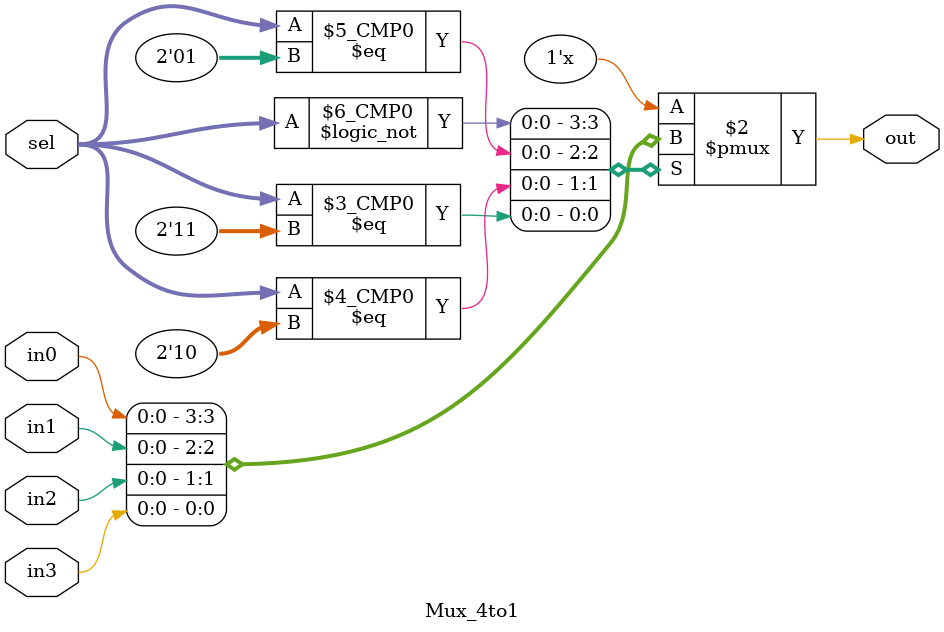
<source format=v>
`timescale 1ns/1ns
module Mux_4to1( in0, in1, in2, in3, out, sel ) ;

	output	out ;
	input	in3,in2,in1,in0;
	input	[1:0] sel;

	reg	out;

  always @( in0 or in1 or in2 or in3 or sel )
  begin
    /*
    if ( sel == 2'b00 )
      out = in0;
    else if ( sel == 2'b01 )
      out = in1;
    else if ( sel == 2'b10 )
      out = in2;
    else
      out = in3;
    */
    case (sel)
      2'b00: out = in0 ;
      2'b01: out = in1 ;
      2'b10: out = in2 ;
      2'b11: out = in3 ;
      default: out = in0 ;
    endcase 
  end
	  //assign	out = ( sel == 2'b00 ) ? in0 : ( sel == 2'b01 ) ? in1 : ( sel == 2'b10 ) ? in2 : in3 ;
	 

endmodule
</source>
